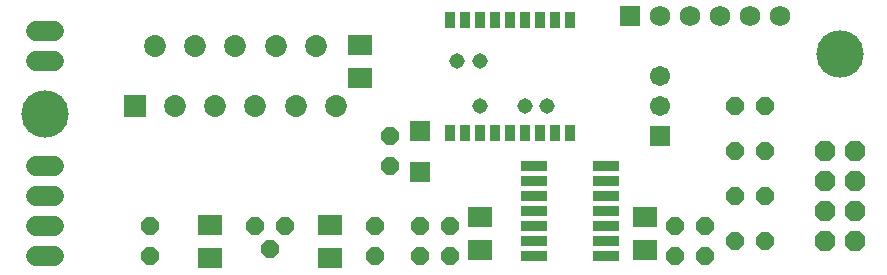
<source format=gts>
G75*
G70*
%OFA0B0*%
%FSLAX24Y24*%
%IPPOS*%
%LPD*%
%AMOC8*
5,1,8,0,0,1.08239X$1,22.5*
%
%ADD10R,0.0380X0.0530*%
%ADD11C,0.0680*%
%ADD12R,0.0680X0.0680*%
%ADD13OC8,0.0680*%
%ADD14C,0.0674*%
%ADD15OC8,0.0600*%
%ADD16R,0.0789X0.0710*%
%ADD17R,0.0880X0.0340*%
%ADD18R,0.0671X0.0671*%
%ADD19R,0.0730X0.0730*%
%ADD20C,0.0730*%
%ADD21R,0.0674X0.0674*%
%ADD22C,0.0674*%
%ADD23C,0.0516*%
%ADD24C,0.1582*%
D10*
X015812Y005958D03*
X016312Y005958D03*
X016812Y005958D03*
X017312Y005958D03*
X017812Y005958D03*
X018312Y005958D03*
X018812Y005958D03*
X019312Y005958D03*
X019812Y005958D03*
X019812Y009728D03*
X019312Y009728D03*
X018812Y009728D03*
X018312Y009728D03*
X017812Y009728D03*
X017312Y009728D03*
X016812Y009728D03*
X016312Y009728D03*
X015812Y009728D03*
D11*
X022812Y009843D03*
X023812Y009843D03*
X024812Y009843D03*
X025812Y009843D03*
X026812Y009843D03*
D12*
X021812Y009843D03*
D13*
X028312Y005343D03*
X029312Y005343D03*
X029312Y004343D03*
X028312Y004343D03*
X028312Y003343D03*
X029312Y003343D03*
X029312Y002343D03*
X028312Y002343D03*
D14*
X002609Y001843D02*
X002016Y001843D01*
X002016Y002843D02*
X002609Y002843D01*
X002609Y003843D02*
X002016Y003843D01*
X002016Y004843D02*
X002609Y004843D01*
X002609Y008343D02*
X002016Y008343D01*
X002016Y009343D02*
X002609Y009343D01*
D15*
X005812Y002843D03*
X005812Y001843D03*
X009312Y002843D03*
X010312Y002843D03*
X009812Y002093D03*
X013312Y001843D03*
X014812Y001843D03*
X015812Y001843D03*
X015812Y002843D03*
X014812Y002843D03*
X013312Y002843D03*
X013812Y004843D03*
X013812Y005843D03*
X023312Y002843D03*
X024312Y002843D03*
X025312Y002343D03*
X024312Y001843D03*
X023312Y001843D03*
X026312Y002343D03*
X026312Y003843D03*
X025312Y003843D03*
X025312Y005343D03*
X026312Y005343D03*
X026312Y006843D03*
X025312Y006843D03*
D16*
X022312Y003144D03*
X022312Y002041D03*
X016812Y002041D03*
X016812Y003144D03*
X011812Y002894D03*
X011812Y001791D03*
X007812Y001791D03*
X007812Y002894D03*
X012812Y007791D03*
X012812Y008894D03*
D17*
X018602Y004843D03*
X018602Y004343D03*
X018602Y003843D03*
X018602Y003343D03*
X018602Y002843D03*
X018602Y002343D03*
X018602Y001843D03*
X021022Y001843D03*
X021022Y002343D03*
X021022Y002843D03*
X021022Y003343D03*
X021022Y003843D03*
X021022Y004343D03*
X021022Y004843D03*
D18*
X014812Y004654D03*
X014812Y006032D03*
D19*
X005312Y006843D03*
D20*
X006652Y006843D03*
X007992Y006843D03*
X009332Y006843D03*
X010672Y006843D03*
X012012Y006843D03*
X011342Y008843D03*
X010002Y008843D03*
X008662Y008843D03*
X007322Y008843D03*
X005982Y008843D03*
D21*
X022812Y005843D03*
D22*
X022812Y006843D03*
X022812Y007843D03*
D23*
X019062Y006843D03*
X018312Y006843D03*
X016812Y006843D03*
X016812Y008343D03*
X016062Y008343D03*
D24*
X028812Y008593D03*
X002312Y006593D03*
M02*

</source>
